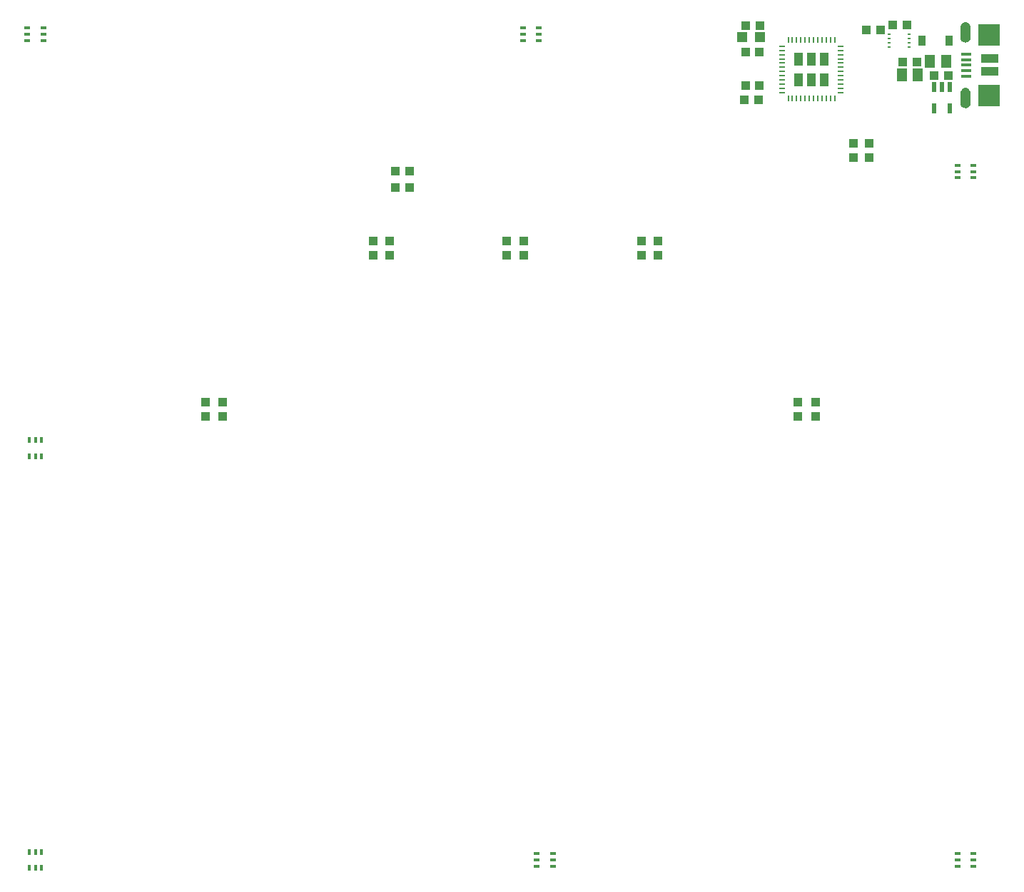
<source format=gbr>
G04 EAGLE Gerber RS-274X export*
G75*
%MOMM*%
%FSLAX34Y34*%
%LPD*%
%INSolderpaste Bottom*%
%IPPOS*%
%AMOC8*
5,1,8,0,0,1.08239X$1,22.5*%
G01*
%ADD10R,1.240000X1.500000*%
%ADD11R,1.075000X1.000000*%
%ADD12R,1.200000X1.200000*%
%ADD13R,1.000000X1.000000*%
%ADD14R,2.000000X1.000000*%
%ADD15R,2.500000X2.500000*%
%ADD16R,1.250000X0.300000*%
%ADD17R,0.550000X1.200000*%
%ADD18R,0.250000X0.750000*%
%ADD19R,0.750000X0.250000*%
%ADD20R,1.000000X1.500000*%
%ADD21R,0.910000X1.220000*%
%ADD22R,0.700000X0.350000*%
%ADD23R,0.350000X0.250000*%
%ADD24R,0.350000X0.700000*%
%ADD25R,1.000000X1.075000*%

G36*
X-40814Y1224641D02*
X-40814Y1224641D01*
X-40768Y1224656D01*
X-40693Y1224671D01*
X-39628Y1225045D01*
X-39586Y1225069D01*
X-39516Y1225098D01*
X-38545Y1225672D01*
X-38508Y1225704D01*
X-38444Y1225746D01*
X-37604Y1226499D01*
X-37575Y1226537D01*
X-37520Y1226590D01*
X-36843Y1227493D01*
X-36821Y1227536D01*
X-36778Y1227599D01*
X-36290Y1228616D01*
X-36277Y1228663D01*
X-36248Y1228733D01*
X-35967Y1229826D01*
X-35964Y1229874D01*
X-35948Y1229949D01*
X-35887Y1231075D01*
X-35889Y1231091D01*
X-35886Y1231110D01*
X-35886Y1242110D01*
X-35889Y1242125D01*
X-35887Y1242145D01*
X-35948Y1243271D01*
X-35960Y1243318D01*
X-35967Y1243394D01*
X-36248Y1244487D01*
X-36268Y1244531D01*
X-36290Y1244604D01*
X-36778Y1245621D01*
X-36807Y1245660D01*
X-36843Y1245727D01*
X-37520Y1246630D01*
X-37555Y1246663D01*
X-37604Y1246721D01*
X-38444Y1247474D01*
X-38485Y1247500D01*
X-38545Y1247548D01*
X-39516Y1248122D01*
X-39561Y1248139D01*
X-39628Y1248175D01*
X-40693Y1248549D01*
X-40740Y1248557D01*
X-40814Y1248579D01*
X-41930Y1248738D01*
X-41958Y1248737D01*
X-42110Y1248738D01*
X-43227Y1248579D01*
X-43272Y1248564D01*
X-43347Y1248549D01*
X-44412Y1248175D01*
X-44454Y1248151D01*
X-44524Y1248122D01*
X-45495Y1247548D01*
X-45532Y1247516D01*
X-45596Y1247474D01*
X-46436Y1246721D01*
X-46466Y1246684D01*
X-46520Y1246630D01*
X-47197Y1245727D01*
X-47219Y1245684D01*
X-47262Y1245621D01*
X-47750Y1244604D01*
X-47763Y1244557D01*
X-47792Y1244487D01*
X-48073Y1243394D01*
X-48076Y1243346D01*
X-48092Y1243271D01*
X-48153Y1242145D01*
X-48151Y1242129D01*
X-48154Y1242110D01*
X-48154Y1231110D01*
X-48151Y1231091D01*
X-48153Y1231066D01*
X-48064Y1229781D01*
X-48052Y1229732D01*
X-48039Y1229641D01*
X-47666Y1228407D01*
X-47643Y1228362D01*
X-47610Y1228277D01*
X-46973Y1227157D01*
X-46940Y1227118D01*
X-46889Y1227042D01*
X-46018Y1226092D01*
X-45978Y1226061D01*
X-45911Y1225998D01*
X-44851Y1225266D01*
X-44805Y1225245D01*
X-44725Y1225199D01*
X-43529Y1224721D01*
X-43479Y1224711D01*
X-43392Y1224683D01*
X-42118Y1224483D01*
X-41930Y1224482D01*
X-40814Y1224641D01*
G37*
G36*
X-40814Y1146641D02*
X-40814Y1146641D01*
X-40768Y1146656D01*
X-40693Y1146671D01*
X-39628Y1147045D01*
X-39586Y1147069D01*
X-39516Y1147098D01*
X-38545Y1147672D01*
X-38508Y1147704D01*
X-38444Y1147746D01*
X-37604Y1148499D01*
X-37575Y1148537D01*
X-37520Y1148590D01*
X-36843Y1149493D01*
X-36821Y1149536D01*
X-36778Y1149599D01*
X-36290Y1150616D01*
X-36277Y1150663D01*
X-36248Y1150733D01*
X-35967Y1151826D01*
X-35964Y1151874D01*
X-35948Y1151949D01*
X-35887Y1153075D01*
X-35889Y1153091D01*
X-35886Y1153110D01*
X-35886Y1164110D01*
X-35889Y1164125D01*
X-35887Y1164145D01*
X-35948Y1165271D01*
X-35960Y1165318D01*
X-35967Y1165394D01*
X-36248Y1166487D01*
X-36268Y1166531D01*
X-36290Y1166604D01*
X-36778Y1167621D01*
X-36807Y1167660D01*
X-36843Y1167727D01*
X-37520Y1168630D01*
X-37555Y1168663D01*
X-37604Y1168721D01*
X-38444Y1169474D01*
X-38485Y1169500D01*
X-38545Y1169548D01*
X-39516Y1170122D01*
X-39561Y1170139D01*
X-39628Y1170175D01*
X-40693Y1170549D01*
X-40740Y1170557D01*
X-40814Y1170579D01*
X-41930Y1170738D01*
X-41958Y1170737D01*
X-42110Y1170738D01*
X-43227Y1170579D01*
X-43272Y1170564D01*
X-43347Y1170549D01*
X-44412Y1170175D01*
X-44454Y1170151D01*
X-44524Y1170122D01*
X-45495Y1169548D01*
X-45532Y1169516D01*
X-45596Y1169474D01*
X-46436Y1168721D01*
X-46466Y1168684D01*
X-46520Y1168630D01*
X-47197Y1167727D01*
X-47219Y1167684D01*
X-47262Y1167621D01*
X-47750Y1166604D01*
X-47763Y1166557D01*
X-47792Y1166487D01*
X-48073Y1165394D01*
X-48076Y1165346D01*
X-48092Y1165271D01*
X-48153Y1164145D01*
X-48151Y1164129D01*
X-48154Y1164110D01*
X-48154Y1153110D01*
X-48151Y1153091D01*
X-48153Y1153066D01*
X-48064Y1151781D01*
X-48052Y1151732D01*
X-48039Y1151641D01*
X-47666Y1150407D01*
X-47643Y1150362D01*
X-47610Y1150277D01*
X-46973Y1149157D01*
X-46940Y1149118D01*
X-46889Y1149042D01*
X-46018Y1148092D01*
X-45978Y1148061D01*
X-45911Y1147998D01*
X-44851Y1147266D01*
X-44805Y1147245D01*
X-44725Y1147199D01*
X-43529Y1146721D01*
X-43479Y1146711D01*
X-43392Y1146683D01*
X-42118Y1146483D01*
X-41930Y1146482D01*
X-40814Y1146641D01*
G37*
D10*
X-64845Y1201820D03*
X-83845Y1201820D03*
D11*
X-159755Y1239690D03*
X-142755Y1239690D03*
D10*
X-117485Y1186030D03*
X-98485Y1186030D03*
D12*
X-307138Y1231030D03*
X-286138Y1231030D03*
D11*
X-303013Y1244600D03*
X-286013Y1244600D03*
D13*
X-302513Y1173165D03*
X-286513Y1173165D03*
X-286513Y1213165D03*
X-302513Y1213165D03*
D14*
X-13020Y1205110D03*
X-13020Y1190110D03*
D15*
X-14020Y1233610D03*
X-14020Y1161610D03*
D16*
X-40770Y1210610D03*
X-40770Y1204110D03*
X-40770Y1197610D03*
X-40770Y1191110D03*
X-40770Y1184610D03*
D17*
X-79350Y1171876D03*
X-69850Y1171876D03*
X-60350Y1171876D03*
X-60350Y1145874D03*
X-79350Y1145874D03*
D18*
X-197290Y1157780D03*
X-202290Y1157780D03*
X-207290Y1157780D03*
X-212290Y1157780D03*
X-217290Y1157780D03*
X-222290Y1157780D03*
X-227290Y1157780D03*
X-232290Y1157780D03*
X-237290Y1157780D03*
X-242290Y1157780D03*
X-247290Y1157780D03*
D19*
X-259540Y1165030D03*
X-259540Y1170030D03*
X-259540Y1175030D03*
X-259540Y1180030D03*
X-259540Y1185030D03*
X-259540Y1190030D03*
X-259540Y1195030D03*
X-259540Y1200030D03*
X-259540Y1205030D03*
X-259540Y1210030D03*
X-259540Y1215030D03*
D18*
X-252290Y1227280D03*
X-247290Y1227280D03*
X-242290Y1227280D03*
X-237290Y1227280D03*
X-232290Y1227280D03*
X-227290Y1227280D03*
X-222290Y1227280D03*
X-217290Y1227280D03*
X-212290Y1227280D03*
X-207290Y1227280D03*
X-202290Y1227280D03*
D19*
X-190040Y1220030D03*
X-190040Y1215030D03*
X-190040Y1210030D03*
X-190040Y1205030D03*
X-190040Y1200030D03*
X-190040Y1195030D03*
X-190040Y1190030D03*
X-190040Y1185030D03*
X-190040Y1180030D03*
X-190040Y1175030D03*
X-190040Y1170030D03*
D20*
X-209790Y1205030D03*
X-224790Y1205030D03*
X-239790Y1205030D03*
X-239790Y1180030D03*
X-224790Y1180030D03*
X-209790Y1180030D03*
D18*
X-252290Y1157780D03*
D19*
X-259540Y1220030D03*
D18*
X-197290Y1227280D03*
D19*
X-190040Y1165030D03*
D11*
X-116196Y1201420D03*
X-99196Y1201420D03*
X-287283Y1156335D03*
X-304283Y1156335D03*
X-78985Y1185545D03*
X-61985Y1185545D03*
D21*
X-93845Y1226820D03*
X-61095Y1226820D03*
D22*
X-51664Y1063745D03*
X-51664Y1071245D03*
X-51664Y1078745D03*
X-32664Y1078745D03*
X-32664Y1071245D03*
X-32664Y1063745D03*
D23*
X-108650Y1234320D03*
X-108650Y1229320D03*
X-108650Y1224320D03*
X-108650Y1219320D03*
X-132650Y1234320D03*
X-132650Y1229320D03*
X-132650Y1224320D03*
X-132650Y1219320D03*
D11*
X-128515Y1245235D03*
X-111515Y1245235D03*
D22*
X-32664Y261500D03*
X-32664Y254000D03*
X-32664Y246500D03*
X-51664Y246500D03*
X-51664Y254000D03*
X-51664Y261500D03*
X-531520Y261500D03*
X-531520Y254000D03*
X-531520Y246500D03*
X-550520Y246500D03*
X-550520Y254000D03*
X-550520Y261500D03*
D24*
X-1138040Y244500D03*
X-1145540Y244500D03*
X-1153040Y244500D03*
X-1153040Y263500D03*
X-1145540Y263500D03*
X-1138040Y263500D03*
X-1138040Y733450D03*
X-1145540Y733450D03*
X-1153040Y733450D03*
X-1153040Y752450D03*
X-1145540Y752450D03*
X-1138040Y752450D03*
D22*
X-1155040Y1226686D03*
X-1155040Y1234186D03*
X-1155040Y1241686D03*
X-1136040Y1241686D03*
X-1136040Y1234186D03*
X-1136040Y1226686D03*
X-567030Y1226686D03*
X-567030Y1234186D03*
X-567030Y1241686D03*
X-548030Y1241686D03*
X-548030Y1234186D03*
X-548030Y1226686D03*
D25*
X-240538Y797170D03*
X-240538Y780170D03*
X-725170Y988940D03*
X-725170Y971940D03*
X-923036Y797170D03*
X-923036Y780170D03*
D11*
X-701430Y1071880D03*
X-718430Y1071880D03*
D25*
X-406908Y971940D03*
X-406908Y988940D03*
X-565912Y971940D03*
X-565912Y988940D03*
X-219710Y797170D03*
X-219710Y780170D03*
X-426466Y988940D03*
X-426466Y971940D03*
X-586232Y988940D03*
X-586232Y971940D03*
X-744728Y988940D03*
X-744728Y971940D03*
X-943864Y797170D03*
X-943864Y780170D03*
X-175260Y1104764D03*
X-175260Y1087764D03*
D11*
X-701430Y1052576D03*
X-718430Y1052576D03*
D25*
X-155956Y1087764D03*
X-155956Y1104764D03*
M02*

</source>
